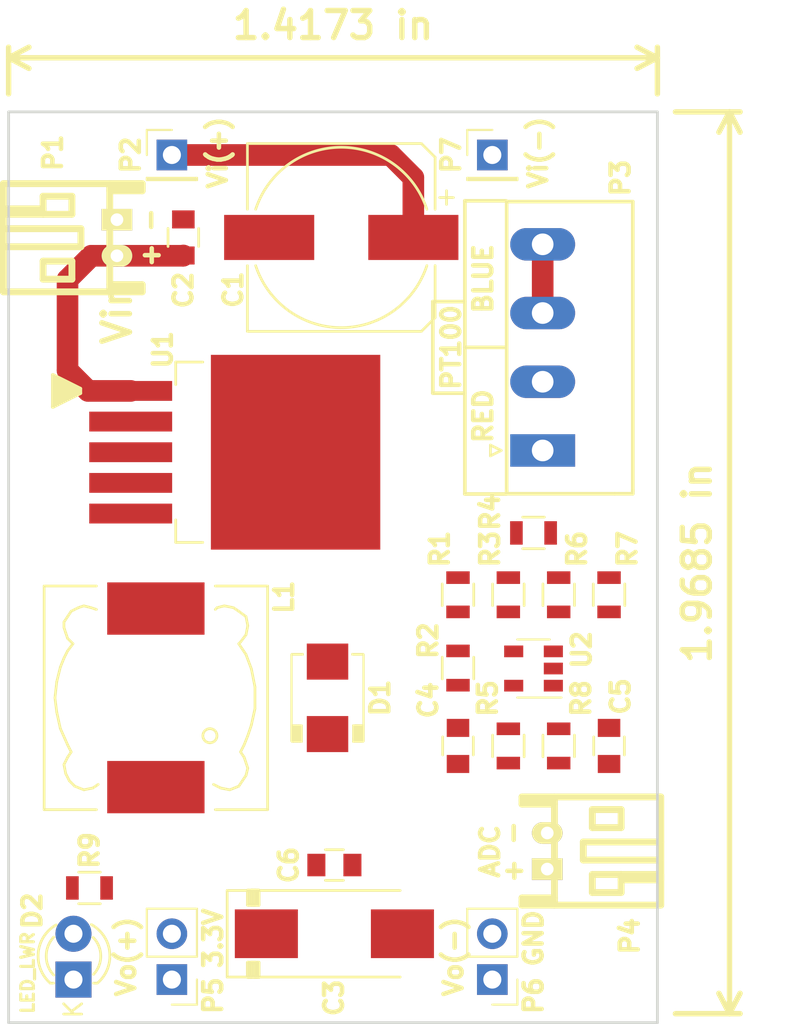
<source format=kicad_pcb>
(kicad_pcb (version 20160815) (host pcbnew no-vcs-found-7452~57~ubuntu16.04.1)

  (general
    (links 50)
    (no_connects 45)
    (area 89.924999 69.924999 126.075001 120.575001)
    (thickness 1.6)
    (drawings 55)
    (tracks 11)
    (zones 0)
    (modules 27)
    (nets 12)
  )

  (page A4)
  (layers
    (0 F.Cu signal)
    (31 B.Cu signal)
    (32 B.Adhes user)
    (33 F.Adhes user)
    (34 B.Paste user)
    (35 F.Paste user)
    (36 B.SilkS user)
    (37 F.SilkS user)
    (38 B.Mask user)
    (39 F.Mask user)
    (40 Dwgs.User user)
    (41 Cmts.User user)
    (42 Eco1.User user)
    (43 Eco2.User user)
    (44 Edge.Cuts user)
    (45 Margin user)
    (46 B.CrtYd user)
    (47 F.CrtYd user)
    (48 B.Fab user)
    (49 F.Fab user)
  )

  (setup
    (last_trace_width 1.2)
    (trace_clearance 0.2)
    (zone_clearance 0.508)
    (zone_45_only no)
    (trace_min 0.254)
    (segment_width 0.2)
    (edge_width 0.15)
    (via_size 1.1)
    (via_drill 0.6)
    (via_min_size 0.4)
    (via_min_drill 0.3)
    (uvia_size 0.3)
    (uvia_drill 0.1)
    (uvias_allowed no)
    (uvia_min_size 0.254)
    (uvia_min_drill 0.1)
    (pcb_text_width 0.3)
    (pcb_text_size 1.5 1.5)
    (mod_edge_width 0.15)
    (mod_text_size 1 1)
    (mod_text_width 0.15)
    (pad_size 1.524 1.524)
    (pad_drill 0.762)
    (pad_to_mask_clearance 0.2)
    (aux_axis_origin 0 0)
    (visible_elements FFFFFF7F)
    (pcbplotparams
      (layerselection 0x010f0_ffffffff)
      (usegerberextensions true)
      (excludeedgelayer true)
      (linewidth 0.100000)
      (plotframeref false)
      (viasonmask false)
      (mode 1)
      (useauxorigin false)
      (hpglpennumber 1)
      (hpglpenspeed 20)
      (hpglpendiameter 15)
      (psnegative false)
      (psa4output false)
      (plotreference true)
      (plotvalue true)
      (plotinvisibletext false)
      (padsonsilk false)
      (subtractmaskfromsilk false)
      (outputformat 1)
      (mirror false)
      (drillshape 0)
      (scaleselection 1)
      (outputdirectory assets/gerber/))
  )

  (net 0 "")
  (net 1 GND)
  (net 2 VCC)
  (net 3 +3V3)
  (net 4 /ADC)
  (net 5 "Net-(D1-Pad1)")
  (net 6 "Net-(D2-Pad2)")
  (net 7 /Blue)
  (net 8 "Net-(R1-Pad2)")
  (net 9 "Net-(R3-Pad1)")
  (net 10 "Net-(R5-Pad2)")
  (net 11 "Net-(R6-Pad1)")

  (net_class Default "This is the default net class."
    (clearance 0.2)
    (trace_width 1.2)
    (via_dia 1.1)
    (via_drill 0.6)
    (uvia_dia 0.3)
    (uvia_drill 0.1)
    (diff_pair_gap 0.25)
    (diff_pair_width 2)
    (add_net +3V3)
    (add_net /ADC)
    (add_net /Blue)
    (add_net GND)
    (add_net "Net-(D1-Pad1)")
    (add_net "Net-(D2-Pad2)")
    (add_net "Net-(R1-Pad2)")
    (add_net "Net-(R3-Pad1)")
    (add_net "Net-(R5-Pad2)")
    (add_net "Net-(R6-Pad1)")
    (add_net VCC)
  )

  (module Capacitors_Tantalum_SMD:Tantalum_Case-D_EIA-7343-31_Hand (layer F.Cu) (tedit 5874F707) (tstamp 5874BC2D)
    (at 108.077 115.57)
    (descr "Tantalum capacitor, Case D, EIA 7343-31, 7.3x4.3x2.8mm, Hand soldering footprint")
    (tags "capacitor tantalum smd")
    (path /5874951B)
    (attr smd)
    (fp_text reference C3 (at -0.0254 3.556 90) (layer F.SilkS)
      (effects (font (size 1 1) (thickness 0.25)))
    )
    (fp_text value 330uF/16V (at 0 3.9) (layer F.Fab) hide
      (effects (font (size 1 1) (thickness 0.15)))
    )
    (fp_line (start -5.95 -2.4) (end -5.95 2.4) (layer F.SilkS) (width 0.15))
    (fp_line (start -5.95 2.4) (end 3.65 2.4) (layer F.SilkS) (width 0.15))
    (fp_line (start -5.95 -2.4) (end 3.65 -2.4) (layer F.SilkS) (width 0.15))
    (fp_line (start -2.555 -2.15) (end -2.555 2.15) (layer F.Fab) (width 0.15))
    (fp_line (start -2.92 -2.15) (end -2.92 2.15) (layer F.Fab) (width 0.15))
    (fp_line (start 3.65 -2.15) (end -3.65 -2.15) (layer F.Fab) (width 0.15))
    (fp_line (start 3.65 2.15) (end 3.65 -2.15) (layer F.Fab) (width 0.15))
    (fp_line (start -3.65 2.15) (end 3.65 2.15) (layer F.Fab) (width 0.15))
    (fp_line (start -3.65 -2.15) (end -3.65 2.15) (layer F.Fab) (width 0.15))
    (fp_line (start 6.05 -2.5) (end -6.05 -2.5) (layer F.CrtYd) (width 0.05))
    (fp_line (start 6.05 2.5) (end 6.05 -2.5) (layer F.CrtYd) (width 0.05))
    (fp_line (start -6.05 2.5) (end 6.05 2.5) (layer F.CrtYd) (width 0.05))
    (fp_line (start -6.05 -2.5) (end -6.05 2.5) (layer F.CrtYd) (width 0.05))
    (fp_line (start -4.6 -2.4) (end -4.6 -1.6) (layer F.SilkS) (width 0.2))
    (fp_line (start -4.6 -1.6) (end -4.4 -1.6) (layer F.SilkS) (width 0.2))
    (fp_line (start -4.4 -1.6) (end -4.4 -2.4) (layer F.SilkS) (width 0.2))
    (fp_line (start -4.4 -2.4) (end -4.6 -2.4) (layer F.SilkS) (width 0.2))
    (fp_line (start -4.6 -2.4) (end -4.2 -2.4) (layer F.SilkS) (width 0.2))
    (fp_line (start -4.2 -2.4) (end -4.2 -1.6) (layer F.SilkS) (width 0.2))
    (fp_line (start -4.2 -1.6) (end -4.4 -1.6) (layer F.SilkS) (width 0.2))
    (fp_line (start -4.4 -1.6) (end -4.6 -1.6) (layer F.SilkS) (width 0.2))
    (fp_line (start -4.6 -1.6) (end -4.8 -1.6) (layer F.SilkS) (width 0.2))
    (fp_line (start -4.8 -1.6) (end -4.8 -2.4) (layer F.SilkS) (width 0.2))
    (fp_line (start -4.8 -2.4) (end -4.6 -2.4) (layer F.SilkS) (width 0.2))
    (fp_line (start -4.6 -2.4) (end -4.2 -2.4) (layer F.SilkS) (width 0.2))
    (fp_line (start -4.8 1.6) (end -4.8 2.4) (layer F.SilkS) (width 0.2))
    (fp_line (start -4.8 2.4) (end -4.6 2.4) (layer F.SilkS) (width 0.2))
    (fp_line (start -4.6 2.4) (end -4.6 1.6) (layer F.SilkS) (width 0.2))
    (fp_line (start -4.6 1.6) (end -4.4 1.6) (layer F.SilkS) (width 0.2))
    (fp_line (start -4.4 1.6) (end -4.4 2.4) (layer F.SilkS) (width 0.2))
    (fp_line (start -4.4 2.4) (end -4.2 2.4) (layer F.SilkS) (width 0.2))
    (fp_line (start -4.2 2.4) (end -4.2 1.6) (layer F.SilkS) (width 0.2))
    (fp_line (start -4.2 1.6) (end -4.8 1.6) (layer F.SilkS) (width 0.2))
    (fp_line (start -4.8 1.6) (end -4.8 2.4) (layer F.SilkS) (width 0.2))
    (fp_line (start -4.8 2.4) (end -4.2 2.4) (layer F.SilkS) (width 0.2))
    (pad 2 smd rect (at 3.775 0) (size 3.5 2.7) (layers F.Cu F.Paste F.Mask)
      (net 1 GND))
    (pad 1 smd rect (at -3.775 0) (size 3.5 2.7) (layers F.Cu F.Paste F.Mask)
      (net 3 +3V3))
    (model ${KIPRJMOD}/lib/c_tant_D.wrl
      (at (xyz 0 0 0))
      (scale (xyz 1 1 1))
      (rotate (xyz 0 0 180))
    )
  )

  (module Capacitors_SMD:c_elec_10x10.5 (layer F.Cu) (tedit 5874F3B9) (tstamp 58749A32)
    (at 108.458 76.962 180)
    (descr "SMT capacitor, aluminium electrolytic, 10x10.5")
    (path /58749519)
    (attr smd)
    (fp_text reference C1 (at 5.9944 -2.8956 270) (layer F.SilkS)
      (effects (font (size 1 1) (thickness 0.25)))
    )
    (fp_text value 470uF/50v (at 0 -6.4643 180) (layer F.Fab) hide
      (effects (font (size 1 1) (thickness 0.15)))
    )
    (fp_line (start -4.445 -5.207) (end 5.207 -5.207) (layer F.SilkS) (width 0.15))
    (fp_line (start -5.207 -4.445) (end -4.445 -5.207) (layer F.SilkS) (width 0.15))
    (fp_line (start -4.445 5.207) (end -5.207 4.445) (layer F.SilkS) (width 0.15))
    (fp_line (start 5.207 5.207) (end -4.445 5.207) (layer F.SilkS) (width 0.15))
    (fp_line (start 6.35 5.6) (end 6.35 -5.6) (layer F.CrtYd) (width 0.05))
    (fp_line (start -6.35 5.6) (end 6.35 5.6) (layer F.CrtYd) (width 0.05))
    (fp_line (start -6.35 -5.6) (end -6.35 5.6) (layer F.CrtYd) (width 0.05))
    (fp_line (start 6.35 -5.6) (end -6.35 -5.6) (layer F.CrtYd) (width 0.05))
    (fp_text user + (at -5.842 2.286 180) (layer F.SilkS)
      (effects (font (size 1 1) (thickness 0.15)))
    )
    (fp_text user + (at -2.9083 -0.0762 180) (layer F.Fab)
      (effects (font (size 1 1) (thickness 0.15)))
    )
    (fp_line (start 5.0546 -5.0546) (end -4.3815 -5.0546) (layer F.Fab) (width 0.15))
    (fp_line (start -4.3815 -5.0546) (end -5.0546 -4.3815) (layer F.Fab) (width 0.15))
    (fp_line (start -5.0546 -4.3815) (end -5.0546 4.3815) (layer F.Fab) (width 0.15))
    (fp_line (start -5.0546 4.3815) (end -4.3815 5.0546) (layer F.Fab) (width 0.15))
    (fp_line (start -4.3815 5.0546) (end 5.0546 5.0546) (layer F.Fab) (width 0.15))
    (fp_line (start 5.0546 5.0546) (end 5.0546 -5.0546) (layer F.Fab) (width 0.15))
    (fp_arc (start 0 0) (end -4.7498 -1.5621) (angle 143.5903069) (layer F.SilkS) (width 0.15))
    (fp_arc (start 0 0) (end 4.7498 1.5621) (angle 143.5903069) (layer F.SilkS) (width 0.15))
    (fp_line (start 5.207 -5.207) (end 5.207 -1.5621) (layer F.SilkS) (width 0.15))
    (fp_line (start 5.207 5.207) (end 5.207 1.5621) (layer F.SilkS) (width 0.15))
    (fp_line (start -5.207 4.445) (end -5.207 1.5621) (layer F.SilkS) (width 0.15))
    (fp_line (start -5.207 -4.445) (end -5.207 -1.5621) (layer F.SilkS) (width 0.15))
    (pad 2 smd rect (at 4 0) (size 5 2.5) (layers F.Cu F.Paste F.Mask)
      (net 1 GND))
    (pad 1 smd rect (at -4 0) (size 5 2.5) (layers F.Cu F.Paste F.Mask)
      (net 2 VCC))
    (model Capacitors_SMD.3dshapes/c_elec_10x10.5.wrl
      (at (xyz 0 0 0))
      (scale (xyz 1 1 1))
      (rotate (xyz 0 0 180))
    )
  )

  (module TO_SOT_Packages_SMD:TO-263-5Lead (layer F.Cu) (tedit 5874F350) (tstamp 58749C61)
    (at 96.774 88.871)
    (descr "D2PAK / TO-263 3-lead smd package")
    (tags "D2PAK D2PAK-3 TO-263AB TO-263")
    (path /58798EFE)
    (attr smd)
    (fp_text reference U1 (at 1.778 -5.686 90) (layer F.SilkS)
      (effects (font (size 1 1) (thickness 0.25)))
    )
    (fp_text value LM2596S-3.3 (at 14.85 -0.25 90) (layer F.Fab) hide
      (effects (font (size 1 1) (thickness 0.15)))
    )
    (fp_line (start 2.5 -5) (end 2.5 -3.75) (layer F.SilkS) (width 0.15))
    (fp_line (start 2.5 -5) (end 4 -5) (layer F.SilkS) (width 0.15))
    (fp_line (start 2.5 5) (end 4 5) (layer F.SilkS) (width 0.15))
    (fp_line (start 2.5 5) (end 2.5 3.75) (layer F.SilkS) (width 0.15))
    (fp_line (start -2.55 -5.65) (end -2.55 5.65) (layer F.CrtYd) (width 0.05))
    (fp_line (start 14.1 -5.65) (end -2.55 -5.65) (layer F.CrtYd) (width 0.05))
    (fp_line (start 14.1 -5.65) (end 14.1 5.65) (layer F.CrtYd) (width 0.05))
    (fp_line (start 14.1 5.65) (end -2.55 5.65) (layer F.CrtYd) (width 0.05))
    (pad 1 smd rect (at 0 -3.4) (size 4.6 1.1) (layers F.Cu F.Paste F.Mask)
      (net 2 VCC))
    (pad 3 smd rect (at 0 0) (size 4.6 1.1) (layers F.Cu F.Paste F.Mask)
      (net 1 GND))
    (pad 3 smd rect (at 9.15 0) (size 9.4 10.8) (layers F.Cu F.Paste F.Mask)
      (net 1 GND))
    (pad 2 smd rect (at 0 -1.7) (size 4.6 1.1) (layers F.Cu F.Paste F.Mask)
      (net 5 "Net-(D1-Pad1)"))
    (pad 4 smd rect (at 0 1.7) (size 4.6 1.1) (layers F.Cu F.Paste F.Mask)
      (net 3 +3V3))
    (pad 5 smd rect (at 0 3.4) (size 4.6 1.1) (layers F.Cu F.Paste F.Mask)
      (net 1 GND))
    (model TO_SOT_Packages_SMD.3dshapes/TO-263-5Lead.wrl
      (at (xyz 0 0 0))
      (scale (xyz 1 1 1))
      (rotate (xyz 0 0 90))
    )
  )

  (module Choke_SMD:Choke_SMD_12x12mm_h8mm (layer F.Cu) (tedit 5874F20A) (tstamp 58749B30)
    (at 98.171 102.489 90)
    (descr "Choke, SMD, 12x12mm 8mm height")
    (tags "Choke, SMD")
    (path /5874951C)
    (attr smd)
    (fp_text reference L1 (at 5.588 7.112 90) (layer F.SilkS)
      (effects (font (size 1 1) (thickness 0.25)))
    )
    (fp_text value 47uH/RH127-470 (at 0 8.89 90) (layer F.Fab) hide
      (effects (font (size 1 1) (thickness 0.15)))
    )
    (fp_line (start 6.20014 -6.20014) (end 6.20014 -3.29946) (layer F.SilkS) (width 0.15))
    (fp_line (start -6.20014 -6.20014) (end -6.20014 -3.29946) (layer F.SilkS) (width 0.15))
    (fp_line (start 6.20014 -6.20014) (end -6.20014 -6.20014) (layer F.SilkS) (width 0.15))
    (fp_line (start 6.20014 6.20014) (end 6.20014 3.29946) (layer F.SilkS) (width 0.15))
    (fp_line (start -6.20014 6.20014) (end 6.20014 6.20014) (layer F.SilkS) (width 0.15))
    (fp_line (start -6.20014 3.29946) (end -6.20014 6.20014) (layer F.SilkS) (width 0.15))
    (fp_line (start -5.00126 -3.50012) (end -4.8006 -3.2004) (layer F.SilkS) (width 0.15))
    (fp_line (start -5.10032 -4.0005) (end -5.00126 -3.50012) (layer F.SilkS) (width 0.15))
    (fp_line (start -4.89966 -4.50088) (end -5.10032 -4.0005) (layer F.SilkS) (width 0.15))
    (fp_line (start -4.59994 -4.8006) (end -4.89966 -4.50088) (layer F.SilkS) (width 0.15))
    (fp_line (start -4.20116 -5.00126) (end -4.59994 -4.8006) (layer F.SilkS) (width 0.15))
    (fp_line (start -3.70078 -5.10032) (end -4.20116 -5.00126) (layer F.SilkS) (width 0.15))
    (fp_line (start -3.29946 -4.89966) (end -3.70078 -5.10032) (layer F.SilkS) (width 0.15))
    (fp_line (start -2.99974 -4.699) (end -3.29946 -4.89966) (layer F.SilkS) (width 0.15))
    (fp_line (start -2.60096 -4.89966) (end -2.99974 -4.699) (layer F.SilkS) (width 0.15))
    (fp_line (start -1.69926 -5.30098) (end -2.60096 -4.89966) (layer F.SilkS) (width 0.15))
    (fp_line (start -0.8001 -5.4991) (end -1.69926 -5.30098) (layer F.SilkS) (width 0.15))
    (fp_line (start 0 -5.6007) (end -0.8001 -5.4991) (layer F.SilkS) (width 0.15))
    (fp_line (start 0.89916 -5.4991) (end 0 -5.6007) (layer F.SilkS) (width 0.15))
    (fp_line (start 1.69926 -5.30098) (end 0.89916 -5.4991) (layer F.SilkS) (width 0.15))
    (fp_line (start 2.19964 -5.10032) (end 1.69926 -5.30098) (layer F.SilkS) (width 0.15))
    (fp_line (start 2.60096 -4.89966) (end 2.19964 -5.10032) (layer F.SilkS) (width 0.15))
    (fp_line (start 2.99974 -4.59994) (end 2.60096 -4.89966) (layer F.SilkS) (width 0.15))
    (fp_line (start 3.29946 -4.89966) (end 2.99974 -4.59994) (layer F.SilkS) (width 0.15))
    (fp_line (start 3.59918 -5.00126) (end 3.29946 -4.89966) (layer F.SilkS) (width 0.15))
    (fp_line (start 3.8989 -5.10032) (end 3.59918 -5.00126) (layer F.SilkS) (width 0.15))
    (fp_line (start 4.20116 -5.10032) (end 3.8989 -5.10032) (layer F.SilkS) (width 0.15))
    (fp_line (start 4.50088 -4.89966) (end 4.20116 -5.10032) (layer F.SilkS) (width 0.15))
    (fp_line (start 4.8006 -4.699) (end 4.50088 -4.89966) (layer F.SilkS) (width 0.15))
    (fp_line (start 5.00126 -4.30022) (end 4.8006 -4.699) (layer F.SilkS) (width 0.15))
    (fp_line (start 5.10032 -4.0005) (end 5.00126 -4.30022) (layer F.SilkS) (width 0.15))
    (fp_line (start 5.00126 -3.59918) (end 5.10032 -4.0005) (layer F.SilkS) (width 0.15))
    (fp_line (start 4.89966 -3.29946) (end 5.00126 -3.59918) (layer F.SilkS) (width 0.15))
    (fp_line (start -5.00126 3.59918) (end -4.8006 3.2004) (layer F.SilkS) (width 0.15))
    (fp_line (start -5.10032 4.09956) (end -5.00126 3.59918) (layer F.SilkS) (width 0.15))
    (fp_line (start -4.89966 4.59994) (end -5.10032 4.09956) (layer F.SilkS) (width 0.15))
    (fp_line (start -4.59994 4.8006) (end -4.89966 4.59994) (layer F.SilkS) (width 0.15))
    (fp_line (start -4.30022 5.00126) (end -4.59994 4.8006) (layer F.SilkS) (width 0.15))
    (fp_line (start -3.8989 5.10032) (end -4.30022 5.00126) (layer F.SilkS) (width 0.15))
    (fp_line (start -3.29946 4.89966) (end -3.8989 5.10032) (layer F.SilkS) (width 0.15))
    (fp_line (start -2.99974 4.699) (end -3.29946 4.89966) (layer F.SilkS) (width 0.15))
    (fp_line (start -2.60096 4.89966) (end -2.99974 4.699) (layer F.SilkS) (width 0.15))
    (fp_line (start -2.10058 5.10032) (end -2.60096 4.89966) (layer F.SilkS) (width 0.15))
    (fp_line (start -1.50114 5.30098) (end -2.10058 5.10032) (layer F.SilkS) (width 0.15))
    (fp_line (start -0.59944 5.4991) (end -1.50114 5.30098) (layer F.SilkS) (width 0.15))
    (fp_line (start 0.59944 5.4991) (end -0.59944 5.4991) (layer F.SilkS) (width 0.15))
    (fp_line (start 1.6002 5.30098) (end 0.59944 5.4991) (layer F.SilkS) (width 0.15))
    (fp_line (start 2.4003 5.00126) (end 1.6002 5.30098) (layer F.SilkS) (width 0.15))
    (fp_line (start 2.99974 4.59994) (end 2.4003 5.00126) (layer F.SilkS) (width 0.15))
    (fp_line (start 3.0988 4.699) (end 2.99974 4.59994) (layer F.SilkS) (width 0.15))
    (fp_line (start 3.50012 5.00126) (end 3.0988 4.699) (layer F.SilkS) (width 0.15))
    (fp_line (start 4.0005 5.10032) (end 3.50012 5.00126) (layer F.SilkS) (width 0.15))
    (fp_line (start 4.50088 5.00126) (end 4.0005 5.10032) (layer F.SilkS) (width 0.15))
    (fp_line (start 4.8006 4.59994) (end 4.50088 5.00126) (layer F.SilkS) (width 0.15))
    (fp_line (start 5.00126 4.30022) (end 4.8006 4.59994) (layer F.SilkS) (width 0.15))
    (fp_line (start 5.10032 3.79984) (end 5.00126 4.30022) (layer F.SilkS) (width 0.15))
    (fp_line (start 5.00126 3.40106) (end 5.10032 3.79984) (layer F.SilkS) (width 0.15))
    (fp_line (start 4.89966 3.29946) (end 5.00126 3.40106) (layer F.SilkS) (width 0.15))
    (fp_circle (center -2.10058 2.99974) (end -1.80086 3.2512) (layer F.SilkS) (width 0.15))
    (fp_circle (center 0 0) (end 0.14986 0.14986) (layer F.Adhes) (width 0.381))
    (fp_circle (center 0 0) (end 0.55118 0) (layer F.Adhes) (width 0.381))
    (fp_circle (center 0 0) (end 0.89916 0) (layer F.Adhes) (width 0.381))
    (fp_line (start -6.858 6.604) (end -6.858 -6.604) (layer F.CrtYd) (width 0.05))
    (fp_line (start 6.858 6.604) (end -6.858 6.604) (layer F.CrtYd) (width 0.05))
    (fp_line (start 6.858 -6.604) (end 6.858 6.604) (layer F.CrtYd) (width 0.05))
    (fp_line (start -6.858 -6.604) (end 6.858 -6.604) (layer F.CrtYd) (width 0.05))
    (pad 2 smd rect (at 4.95046 0 90) (size 2.90068 5.40004) (layers F.Cu F.Paste F.Mask)
      (net 3 +3V3))
    (pad 1 smd rect (at -4.95046 0 90) (size 2.90068 5.40004) (layers F.Cu F.Paste F.Mask)
      (net 5 "Net-(D1-Pad1)"))
    (model Choke_SMD.3dshapes/Choke_SMD_12x12mm_h8mm.wrl
      (at (xyz 0 0 0))
      (scale (xyz 4 4 4))
      (rotate (xyz 0 0 0))
    )
  )

  (module lib:Domino-PT100.pretty (layer F.Cu) (tedit 5874F5FD) (tstamp 58749B66)
    (at 119.634 88.773 90)
    (descr "Generic Phoenix Contact connector footprint for series: MC-GF; number of pins: 04; pin pitch: 3.81mm; Angled; threaded flange || order number: 1827884 8A 160V")
    (tags "phoenix_contact connector MC_01x04_GF_3.81mm")
    (path /58749517)
    (fp_text reference P3 (at 15.113 4.318 90) (layer F.SilkS)
      (effects (font (size 1 1) (thickness 0.25)))
    )
    (fp_text value PT100 (at 5.715 9.5 90) (layer F.Fab) hide
      (effects (font (size 1 1) (thickness 0.15)))
    )
    (fp_line (start -0.3 -2.9) (end 0 -2.3) (layer F.SilkS) (width 0.15))
    (fp_line (start 0.3 -2.9) (end -0.3 -2.9) (layer F.SilkS) (width 0.15))
    (fp_line (start 0 -2.3) (end 0.3 -2.9) (layer F.SilkS) (width 0.15))
    (fp_line (start -2.3 5) (end 13.8 5) (layer F.SilkS) (width 0.2))
    (fp_line (start 13.8 -2) (end -2.3 -2) (layer F.SilkS) (width 0.2))
    (fp_line (start 13.8 -2) (end 13.8 4) (layer F.SilkS) (width 0.2))
    (fp_line (start -2.4 -2) (end -2.4 4) (layer F.SilkS) (width 0.2))
    (fp_line (start -2.4 -2) (end -2.2 -2) (layer F.SilkS) (width 0.2))
    (fp_line (start 13.8 4) (end 13.8 5) (layer F.SilkS) (width 0.2))
    (fp_line (start -2.4 4) (end -2.4 5) (layer F.SilkS) (width 0.2))
    (fp_line (start -2.4 5) (end -2.2 5) (layer F.SilkS) (width 0.2))
    (pad 4 thru_hole oval (at 11.43 0 90) (size 1.8 3.6) (drill 1.2) (layers *.Cu *.Mask)
      (net 7 /Blue))
    (pad 3 thru_hole oval (at 7.62 0 90) (size 1.8 3.6) (drill 1.2) (layers *.Cu *.Mask)
      (net 7 /Blue))
    (pad 2 thru_hole oval (at 3.81 0 90) (size 1.8 3.6) (drill 1.2) (layers *.Cu *.Mask)
      (net 1 GND))
    (pad 1 thru_hole rect (at 0 0 90) (size 1.8 3.6) (drill 1.2) (layers *.Cu *.Mask)
      (net 1 GND))
    (model /home/trinhduc/Desktop/kicadlibrary/walter/conn_screw/mstba_2,5-4-g-5,08.wrl
      (at (xyz 0.2244094488188977 -0 0))
      (scale (xyz 0.75 0.75 0.75))
      (rotate (xyz 0 0 180))
    )
  )

  (module Capacitors_SMD:C_0805 (layer F.Cu) (tedit 5874F39E) (tstamp 58749A42)
    (at 99.695 76.962 90)
    (descr "Capacitor SMD 0805, reflow soldering, AVX (see smccp.pdf)")
    (tags "capacitor 0805")
    (path /58749525)
    (attr smd)
    (fp_text reference C2 (at -2.921 0 90) (layer F.SilkS)
      (effects (font (size 1 1) (thickness 0.25)))
    )
    (fp_text value 10uF/50v (at 0 2.1 180) (layer F.Fab) hide
      (effects (font (size 1 1) (thickness 0.15)))
    )
    (fp_line (start -1 0.625) (end -1 -0.625) (layer F.Fab) (width 0.15))
    (fp_line (start 1 0.625) (end -1 0.625) (layer F.Fab) (width 0.15))
    (fp_line (start 1 -0.625) (end 1 0.625) (layer F.Fab) (width 0.15))
    (fp_line (start -1 -0.625) (end 1 -0.625) (layer F.Fab) (width 0.15))
    (fp_line (start -1.8 -1) (end 1.8 -1) (layer F.CrtYd) (width 0.05))
    (fp_line (start -1.8 1) (end 1.8 1) (layer F.CrtYd) (width 0.05))
    (fp_line (start -1.8 -1) (end -1.8 1) (layer F.CrtYd) (width 0.05))
    (fp_line (start 1.8 -1) (end 1.8 1) (layer F.CrtYd) (width 0.05))
    (fp_line (start 0.5 -0.85) (end -0.5 -0.85) (layer F.SilkS) (width 0.15))
    (fp_line (start -0.5 0.85) (end 0.5 0.85) (layer F.SilkS) (width 0.15))
    (pad 1 smd rect (at -1 0 90) (size 1 1.25) (layers F.Cu F.Paste F.Mask)
      (net 2 VCC))
    (pad 2 smd rect (at 1 0 90) (size 1 1.25) (layers F.Cu F.Paste F.Mask)
      (net 1 GND))
    (model Capacitors_SMD.3dshapes/C_0805.wrl
      (at (xyz 0 0 0))
      (scale (xyz 1 1 1))
      (rotate (xyz 0 0 0))
    )
  )

  (module Capacitors_SMD:C_0805 (layer F.Cu) (tedit 5874F485) (tstamp 58749A6E)
    (at 114.935 105.156 270)
    (descr "Capacitor SMD 0805, reflow soldering, AVX (see smccp.pdf)")
    (tags "capacitor 0805")
    (path /58749510)
    (attr smd)
    (fp_text reference C4 (at -2.54 1.651 270) (layer F.SilkS)
      (effects (font (size 1 1) (thickness 0.25)))
    )
    (fp_text value 10uF (at 0 2.1 270) (layer F.Fab) hide
      (effects (font (size 1 1) (thickness 0.15)))
    )
    (fp_line (start -1 0.625) (end -1 -0.625) (layer F.Fab) (width 0.15))
    (fp_line (start 1 0.625) (end -1 0.625) (layer F.Fab) (width 0.15))
    (fp_line (start 1 -0.625) (end 1 0.625) (layer F.Fab) (width 0.15))
    (fp_line (start -1 -0.625) (end 1 -0.625) (layer F.Fab) (width 0.15))
    (fp_line (start -1.8 -1) (end 1.8 -1) (layer F.CrtYd) (width 0.05))
    (fp_line (start -1.8 1) (end 1.8 1) (layer F.CrtYd) (width 0.05))
    (fp_line (start -1.8 -1) (end -1.8 1) (layer F.CrtYd) (width 0.05))
    (fp_line (start 1.8 -1) (end 1.8 1) (layer F.CrtYd) (width 0.05))
    (fp_line (start 0.5 -0.85) (end -0.5 -0.85) (layer F.SilkS) (width 0.15))
    (fp_line (start -0.5 0.85) (end 0.5 0.85) (layer F.SilkS) (width 0.15))
    (pad 1 smd rect (at -1 0 270) (size 1 1.25) (layers F.Cu F.Paste F.Mask)
      (net 3 +3V3))
    (pad 2 smd rect (at 1 0 270) (size 1 1.25) (layers F.Cu F.Paste F.Mask)
      (net 1 GND))
    (model Capacitors_SMD.3dshapes/C_0805.wrl
      (at (xyz 0 0 0))
      (scale (xyz 1 1 1))
      (rotate (xyz 0 0 0))
    )
  )

  (module Capacitors_SMD:C_0805 (layer F.Cu) (tedit 5874F479) (tstamp 58749A7E)
    (at 123.317 105.156 90)
    (descr "Capacitor SMD 0805, reflow soldering, AVX (see smccp.pdf)")
    (tags "capacitor 0805")
    (path /5874950A)
    (attr smd)
    (fp_text reference C5 (at 2.7432 0.635 90) (layer F.SilkS)
      (effects (font (size 1 1) (thickness 0.25)))
    )
    (fp_text value 10uF (at 0 2.1 90) (layer F.Fab) hide
      (effects (font (size 1 1) (thickness 0.15)))
    )
    (fp_line (start -0.5 0.85) (end 0.5 0.85) (layer F.SilkS) (width 0.15))
    (fp_line (start 0.5 -0.85) (end -0.5 -0.85) (layer F.SilkS) (width 0.15))
    (fp_line (start 1.8 -1) (end 1.8 1) (layer F.CrtYd) (width 0.05))
    (fp_line (start -1.8 -1) (end -1.8 1) (layer F.CrtYd) (width 0.05))
    (fp_line (start -1.8 1) (end 1.8 1) (layer F.CrtYd) (width 0.05))
    (fp_line (start -1.8 -1) (end 1.8 -1) (layer F.CrtYd) (width 0.05))
    (fp_line (start -1 -0.625) (end 1 -0.625) (layer F.Fab) (width 0.15))
    (fp_line (start 1 -0.625) (end 1 0.625) (layer F.Fab) (width 0.15))
    (fp_line (start 1 0.625) (end -1 0.625) (layer F.Fab) (width 0.15))
    (fp_line (start -1 0.625) (end -1 -0.625) (layer F.Fab) (width 0.15))
    (pad 2 smd rect (at 1 0 90) (size 1 1.25) (layers F.Cu F.Paste F.Mask)
      (net 1 GND))
    (pad 1 smd rect (at -1 0 90) (size 1 1.25) (layers F.Cu F.Paste F.Mask)
      (net 4 /ADC))
    (model Capacitors_SMD.3dshapes/C_0805.wrl
      (at (xyz 0 0 0))
      (scale (xyz 1 1 1))
      (rotate (xyz 0 0 0))
    )
  )

  (module Capacitors_SMD:C_0805 (layer F.Cu) (tedit 5874F32B) (tstamp 58749A8E)
    (at 108.077 111.76)
    (descr "Capacitor SMD 0805, reflow soldering, AVX (see smccp.pdf)")
    (tags "capacitor 0805")
    (path /5874951E)
    (attr smd)
    (fp_text reference C6 (at -2.54 0 90) (layer F.SilkS)
      (effects (font (size 1 1) (thickness 0.25)))
    )
    (fp_text value 10uF/16v (at 0 2.1) (layer F.Fab) hide
      (effects (font (size 1 1) (thickness 0.15)))
    )
    (fp_line (start -0.5 0.85) (end 0.5 0.85) (layer F.SilkS) (width 0.15))
    (fp_line (start 0.5 -0.85) (end -0.5 -0.85) (layer F.SilkS) (width 0.15))
    (fp_line (start 1.8 -1) (end 1.8 1) (layer F.CrtYd) (width 0.05))
    (fp_line (start -1.8 -1) (end -1.8 1) (layer F.CrtYd) (width 0.05))
    (fp_line (start -1.8 1) (end 1.8 1) (layer F.CrtYd) (width 0.05))
    (fp_line (start -1.8 -1) (end 1.8 -1) (layer F.CrtYd) (width 0.05))
    (fp_line (start -1 -0.625) (end 1 -0.625) (layer F.Fab) (width 0.15))
    (fp_line (start 1 -0.625) (end 1 0.625) (layer F.Fab) (width 0.15))
    (fp_line (start 1 0.625) (end -1 0.625) (layer F.Fab) (width 0.15))
    (fp_line (start -1 0.625) (end -1 -0.625) (layer F.Fab) (width 0.15))
    (pad 2 smd rect (at 1 0) (size 1 1.25) (layers F.Cu F.Paste F.Mask)
      (net 1 GND))
    (pad 1 smd rect (at -1 0) (size 1 1.25) (layers F.Cu F.Paste F.Mask)
      (net 3 +3V3))
    (model Capacitors_SMD.3dshapes/C_0805.wrl
      (at (xyz 0 0 0))
      (scale (xyz 1 1 1))
      (rotate (xyz 0 0 0))
    )
  )

  (module lib:do214aa-g (layer F.Cu) (tedit 5874F1FF) (tstamp 58749AD7)
    (at 107.696 102.489 270)
    (descr DO214AA)
    (path /5874951A)
    (fp_text reference D1 (at 0 -2.921 270) (layer F.SilkS)
      (effects (font (size 1 1) (thickness 0.25)))
    )
    (fp_text value SS34 (at 0 2.49936 270) (layer F.SilkS) hide
      (effects (font (size 0.50038 0.50038) (thickness 0.11938)))
    )
    (fp_line (start 2.4003 1.99898) (end -2.4003 1.99898) (layer F.SilkS) (width 0.127))
    (fp_line (start -2.4003 -1.99898) (end 2.4003 -1.99898) (layer F.SilkS) (width 0.127))
    (fp_line (start 2.40538 -1.9939) (end 2.4003 -2.0066) (layer F.SilkS) (width 0.1))
    (fp_line (start 2.4384 -1.9812) (end 2.4384 -1.4224) (layer F.SilkS) (width 0.1))
    (fp_line (start 2.3876 -1.9812) (end 2.4384 -1.4224) (layer F.SilkS) (width 0.1))
    (fp_line (start 2.4384 -1.4224) (end 2.3876 -1.4224) (layer F.SilkS) (width 0.1))
    (fp_line (start 2.3876 -1.4224) (end 2.3876 -1.9812) (layer F.SilkS) (width 0.1))
    (fp_line (start 2.3876 -1.9812) (end 2.286 -1.9812) (layer F.SilkS) (width 0.1))
    (fp_line (start 2.286 -1.9812) (end 2.286 -1.4224) (layer F.SilkS) (width 0.1))
    (fp_line (start 2.286 -1.4224) (end 2.3368 -1.4224) (layer F.SilkS) (width 0.1))
    (fp_line (start 2.3368 -1.4224) (end 2.3368 -1.9304) (layer F.SilkS) (width 0.1))
    (fp_line (start 2.3368 -1.9304) (end 1.524 -1.9304) (layer F.SilkS) (width 0.1))
    (fp_line (start 1.524 -1.9304) (end 1.524 -1.8288) (layer F.SilkS) (width 0.1))
    (fp_line (start 1.524 -1.8288) (end 2.2352 -1.8288) (layer F.SilkS) (width 0.1))
    (fp_line (start 2.2352 -1.8288) (end 2.2352 -1.8796) (layer F.SilkS) (width 0.1))
    (fp_line (start 2.2352 -1.8796) (end 1.5748 -1.8796) (layer F.SilkS) (width 0.1))
    (fp_line (start 1.5748 -1.8796) (end 1.524 -1.8796) (layer F.SilkS) (width 0.1))
    (fp_line (start 1.524 -1.8796) (end 1.524 -1.7272) (layer F.SilkS) (width 0.1))
    (fp_line (start 1.524 -1.7272) (end 2.2352 -1.7272) (layer F.SilkS) (width 0.1))
    (fp_line (start 2.2352 -1.7272) (end 2.2352 -1.778) (layer F.SilkS) (width 0.1))
    (fp_line (start 2.2352 -1.778) (end 1.6256 -1.778) (layer F.SilkS) (width 0.1))
    (fp_line (start 1.6256 -1.778) (end 1.524 -1.778) (layer F.SilkS) (width 0.1))
    (fp_line (start 1.524 -1.778) (end 1.524 -1.6764) (layer F.SilkS) (width 0.1))
    (fp_line (start 1.524 -1.6764) (end 2.2352 -1.6764) (layer F.SilkS) (width 0.1))
    (fp_line (start 2.2352 -1.6764) (end 2.2352 -1.5748) (layer F.SilkS) (width 0.1))
    (fp_line (start 2.2352 -1.5748) (end 1.524 -1.5748) (layer F.SilkS) (width 0.1))
    (fp_line (start 1.524 -1.5748) (end 1.524 -1.6256) (layer F.SilkS) (width 0.1))
    (fp_line (start 1.524 -1.6256) (end 2.1844 -1.6256) (layer F.SilkS) (width 0.1))
    (fp_line (start 2.1844 -1.6256) (end 2.2352 -1.6256) (layer F.SilkS) (width 0.1))
    (fp_line (start 2.2352 -1.6256) (end 2.2352 -1.4224) (layer F.SilkS) (width 0.1))
    (fp_line (start 2.2352 -1.4224) (end 1.524 -1.4224) (layer F.SilkS) (width 0.1))
    (fp_line (start 1.524 -1.4224) (end 1.524 -1.6764) (layer F.SilkS) (width 0.1))
    (fp_line (start 1.524 -1.6764) (end 1.524 -1.524) (layer F.SilkS) (width 0.1))
    (fp_line (start 1.524 -1.524) (end 2.1844 -1.524) (layer F.SilkS) (width 0.1))
    (fp_line (start 2.1844 -1.524) (end 2.1844 -1.4732) (layer F.SilkS) (width 0.1))
    (fp_line (start 2.1844 -1.4732) (end 1.5748 -1.4732) (layer F.SilkS) (width 0.1))
    (fp_line (start 1.5748 -1.4732) (end 2.4384 -1.4732) (layer F.SilkS) (width 0.1))
    (fp_line (start 2.4384 -1.4224) (end 1.524 -1.4224) (layer F.SilkS) (width 0.1))
    (fp_line (start 2.4384 1.9812) (end 2.4384 1.8796) (layer F.SilkS) (width 0.1))
    (fp_line (start 2.4384 1.8796) (end 2.4384 1.9304) (layer F.SilkS) (width 0.1))
    (fp_line (start 2.4384 1.9304) (end 1.524 1.9304) (layer F.SilkS) (width 0.1))
    (fp_line (start 1.524 1.9304) (end 1.524 1.8796) (layer F.SilkS) (width 0.1))
    (fp_line (start 1.524 1.8796) (end 2.4384 1.8796) (layer F.SilkS) (width 0.1))
    (fp_line (start 2.4384 1.8796) (end 2.4384 1.8288) (layer F.SilkS) (width 0.1))
    (fp_line (start 2.4384 1.8288) (end 1.524 1.8288) (layer F.SilkS) (width 0.1))
    (fp_line (start 1.524 1.8288) (end 1.524 1.778) (layer F.SilkS) (width 0.1))
    (fp_line (start 1.524 1.778) (end 2.4384 1.778) (layer F.SilkS) (width 0.1))
    (fp_line (start 2.4384 1.778) (end 2.4384 1.7272) (layer F.SilkS) (width 0.1))
    (fp_line (start 2.4384 1.7272) (end 1.524 1.7272) (layer F.SilkS) (width 0.1))
    (fp_line (start 1.524 1.7272) (end 1.524 1.6764) (layer F.SilkS) (width 0.1))
    (fp_line (start 1.524 1.6764) (end 2.4384 1.6764) (layer F.SilkS) (width 0.1))
    (fp_line (start 2.4384 1.6764) (end 2.4384 1.6256) (layer F.SilkS) (width 0.1))
    (fp_line (start 2.4384 1.6256) (end 1.524 1.6256) (layer F.SilkS) (width 0.1))
    (fp_line (start 1.524 1.6256) (end 1.524 1.5748) (layer F.SilkS) (width 0.1))
    (fp_line (start 1.524 1.5748) (end 2.4384 1.5748) (layer F.SilkS) (width 0.1))
    (fp_line (start 2.4384 1.5748) (end 2.4384 1.524) (layer F.SilkS) (width 0.1))
    (fp_line (start 2.4384 1.524) (end 1.524 1.524) (layer F.SilkS) (width 0.1))
    (fp_line (start 1.524 1.524) (end 1.524 1.4732) (layer F.SilkS) (width 0.1))
    (fp_line (start 1.524 1.4732) (end 2.4384 1.4732) (layer F.SilkS) (width 0.1))
    (fp_line (start 2.4384 1.4732) (end 2.4384 1.4224) (layer F.SilkS) (width 0.1))
    (fp_line (start 2.4384 1.4224) (end 1.524 1.4224) (layer F.SilkS) (width 0.1))
    (fp_line (start -2.4384 -1.9812) (end -2.4384 -1.3716) (layer F.SilkS) (width 0.1))
    (fp_line (start -2.4384 -1.3716) (end -2.3876 -1.3716) (layer F.SilkS) (width 0.1))
    (fp_line (start -2.3876 -1.3716) (end -2.3876 -1.9812) (layer F.SilkS) (width 0.1))
    (fp_line (start -2.4384 1.9812) (end -2.4384 1.3716) (layer F.SilkS) (width 0.1))
    (fp_line (start -2.4384 1.3716) (end -2.3876 1.3716) (layer F.SilkS) (width 0.1))
    (fp_line (start -2.3876 1.3716) (end -2.3876 1.9812) (layer F.SilkS) (width 0.1))
    (pad 2 smd rect (at 2.00914 0 270) (size 1.99898 2.30124) (layers F.Cu F.Paste F.Mask)
      (net 1 GND))
    (pad 1 smd rect (at -2.00914 0 270) (size 1.99898 2.30124) (layers F.Cu F.Paste F.Mask)
      (net 5 "Net-(D1-Pad1)"))
    (model ${KIPRJMOD}/lib/do214aa.wrl
      (at (xyz 0 0 0))
      (scale (xyz 1 1 1))
      (rotate (xyz 0 0 0))
    )
  )

  (module LEDs:LED-3MM (layer F.Cu) (tedit 5874F32F) (tstamp 58749AE8)
    (at 93.599 118.11 90)
    (descr "LED 3mm round vertical")
    (tags "LED  3mm round vertical")
    (path /58749526)
    (fp_text reference D2 (at 3.81 -2.286 270) (layer F.SilkS)
      (effects (font (size 1 1) (thickness 0.25)))
    )
    (fp_text value LED_PWR (at 1.3 -2.9 90) (layer F.Fab) hide
      (effects (font (size 1 1) (thickness 0.15)))
    )
    (fp_text user K (at -1.651 0 90) (layer F.SilkS)
      (effects (font (size 1 1) (thickness 0.15)))
    )
    (fp_arc (start 1.301 0.034) (end 2.335 1.094) (angle 87.5) (layer F.SilkS) (width 0.15))
    (fp_arc (start 1.311 0.034) (end 3.051 0.994) (angle 110) (layer F.SilkS) (width 0.15))
    (fp_arc (start 1.301 0.034) (end 0.25 -1.1) (angle 85.7) (layer F.SilkS) (width 0.15))
    (fp_arc (start 1.301 0.034) (end -0.199 -1.286) (angle 108.5) (layer F.SilkS) (width 0.15))
    (fp_line (start -0.199 -1.28) (end -0.199 -1.1) (layer F.SilkS) (width 0.15))
    (fp_line (start -0.199 1.314) (end -0.199 1.114) (layer F.SilkS) (width 0.15))
    (fp_line (start -1.2 -2.2) (end -1.2 2.3) (layer F.CrtYd) (width 0.05))
    (fp_line (start 3.8 -2.2) (end -1.2 -2.2) (layer F.CrtYd) (width 0.05))
    (fp_line (start 3.8 2.3) (end 3.8 -2.2) (layer F.CrtYd) (width 0.05))
    (fp_line (start -1.2 2.3) (end 3.8 2.3) (layer F.CrtYd) (width 0.05))
    (pad 2 thru_hole circle (at 2.54 0 90) (size 2 2) (drill 1.00076) (layers *.Cu *.Mask)
      (net 6 "Net-(D2-Pad2)"))
    (pad 1 thru_hole rect (at 0 0 180) (size 2 2) (drill 1.00076) (layers *.Cu *.Mask)
      (net 1 GND))
    (model LEDs.3dshapes/LED-3MM.wrl
      (at (xyz 0.05 0 0))
      (scale (xyz 1 1 1))
      (rotate (xyz 0 0 90))
    )
  )

  (module Pin_Headers:Pin_Header_Straight_1x01_Pitch2.54mm (layer F.Cu) (tedit 5874F3A3) (tstamp 58749B57)
    (at 99.06 72.39)
    (descr "Through hole straight pin header, 1x01, 2.54mm pitch, single row")
    (tags "Through hole pin header THT 1x01 2.54mm single row")
    (path /58749F20)
    (fp_text reference P2 (at -2.286 0 90) (layer F.SilkS)
      (effects (font (size 1 1) (thickness 0.25)))
    )
    (fp_text value "Vin(+)" (at 0 2.39) (layer F.Fab) hide
      (effects (font (size 1 1) (thickness 0.15)))
    )
    (fp_line (start -1.27 -1.27) (end -1.27 1.27) (layer F.Fab) (width 0.1))
    (fp_line (start -1.27 1.27) (end 1.27 1.27) (layer F.Fab) (width 0.1))
    (fp_line (start 1.27 1.27) (end 1.27 -1.27) (layer F.Fab) (width 0.1))
    (fp_line (start 1.27 -1.27) (end -1.27 -1.27) (layer F.Fab) (width 0.1))
    (fp_line (start -1.39 1.27) (end -1.39 1.39) (layer F.SilkS) (width 0.12))
    (fp_line (start -1.39 1.39) (end 1.39 1.39) (layer F.SilkS) (width 0.12))
    (fp_line (start 1.39 1.39) (end 1.39 1.27) (layer F.SilkS) (width 0.12))
    (fp_line (start 1.39 1.27) (end -1.39 1.27) (layer F.SilkS) (width 0.12))
    (fp_line (start -1.39 0) (end -1.39 -1.39) (layer F.SilkS) (width 0.12))
    (fp_line (start -1.39 -1.39) (end 0 -1.39) (layer F.SilkS) (width 0.12))
    (fp_line (start -1.6 -1.6) (end -1.6 1.6) (layer F.CrtYd) (width 0.05))
    (fp_line (start -1.6 1.6) (end 1.6 1.6) (layer F.CrtYd) (width 0.05))
    (fp_line (start 1.6 1.6) (end 1.6 -1.6) (layer F.CrtYd) (width 0.05))
    (fp_line (start 1.6 -1.6) (end -1.6 -1.6) (layer F.CrtYd) (width 0.05))
    (pad 1 thru_hole rect (at 0 0) (size 1.7 1.7) (drill 1) (layers *.Cu *.Mask)
      (net 2 VCC))
    (model Pin_Headers.3dshapes/Pin_Header_Straight_1x01_Pitch2.54mm.wrl
      (at (xyz 0 0 0))
      (scale (xyz 1 1 1))
      (rotate (xyz 0 0 90))
    )
  )

  (module lib:s2b-ph-kl (layer F.Cu) (tedit 5874F766) (tstamp 58749B84)
    (at 119.888 110.98276 90)
    (descr "JST PH series connector, S2B-PH-KL")
    (path /58749515)
    (fp_text reference P4 (at -4.71424 4.572 90) (layer F.SilkS)
      (effects (font (size 1 1) (thickness 0.25)))
    )
    (fp_text value ADC (at -0.01524 -3.175 90) (layer F.SilkS)
      (effects (font (size 1 1) (thickness 0.25)))
    )
    (fp_line (start -1.30048 4.09956) (end -1.30048 6.2992) (layer F.SilkS) (width 0.381))
    (fp_line (start -1.30048 6.2992) (end -1.6002 6.2992) (layer F.SilkS) (width 0.381))
    (fp_line (start -1.6002 6.2992) (end -1.6002 4.09956) (layer F.SilkS) (width 0.381))
    (fp_line (start 0.50038 1.99898) (end 0.50038 6.2992) (layer F.SilkS) (width 0.381))
    (fp_line (start -0.50038 1.99898) (end -0.50038 6.2992) (layer F.SilkS) (width 0.381))
    (fp_line (start 0.50038 1.99898) (end -0.50038 1.99898) (layer F.SilkS) (width 0.381))
    (fp_line (start 1.29794 4.09956) (end 1.29794 2.49936) (layer F.SilkS) (width 0.381))
    (fp_line (start 2.2987 4.09956) (end 1.29794 4.09956) (layer F.SilkS) (width 0.381))
    (fp_line (start 2.2987 2.49936) (end 2.2987 4.09956) (layer F.SilkS) (width 0.381))
    (fp_line (start 1.29794 2.49936) (end 2.2987 2.49936) (layer F.SilkS) (width 0.381))
    (fp_line (start -2.30124 2.49936) (end -1.30048 2.49936) (layer F.SilkS) (width 0.381))
    (fp_line (start -1.30048 2.49936) (end -1.30048 4.09956) (layer F.SilkS) (width 0.381))
    (fp_line (start -1.30048 4.09956) (end -2.30124 4.09956) (layer F.SilkS) (width 0.381))
    (fp_line (start -2.30124 4.09956) (end -2.30124 2.49936) (layer F.SilkS) (width 0.381))
    (fp_line (start 2.99974 0.39878) (end -2.99974 0.39878) (layer F.SilkS) (width 0.381))
    (fp_line (start 2.79908 -1.39954) (end 2.79908 0.39878) (layer F.SilkS) (width 0.381))
    (fp_line (start -2.79908 -1.39954) (end -2.79908 0.39878) (layer F.SilkS) (width 0.381))
    (fp_line (start -2.99974 6.2992) (end 2.99974 6.2992) (layer F.SilkS) (width 0.381))
    (fp_line (start 2.99974 6.2992) (end 2.99974 -1.39954) (layer F.SilkS) (width 0.381))
    (fp_line (start 2.99974 -1.39954) (end 2.60096 -1.39954) (layer F.SilkS) (width 0.381))
    (fp_line (start 2.60096 -1.39954) (end 2.60096 0.39878) (layer F.SilkS) (width 0.381))
    (fp_line (start -2.60096 0.39878) (end -2.60096 -1.39954) (layer F.SilkS) (width 0.381))
    (fp_line (start -2.60096 -1.39954) (end -2.99974 -1.39954) (layer F.SilkS) (width 0.381))
    (fp_line (start -2.99974 -1.39954) (end -2.99974 6.2992) (layer F.SilkS) (width 0.381))
    (pad 1 thru_hole rect (at -1.00076 0 90) (size 1.19888 1.69926) (drill 0.70104) (layers *.Cu *.Mask F.SilkS)
      (net 4 /ADC))
    (pad 2 thru_hole oval (at 1.00076 0 90) (size 1.19888 1.69926) (drill 0.70104) (layers *.Cu *.Mask F.SilkS)
      (net 1 GND))
    (model ${KIPRJMOD}/lib/s2b-ph-kl.wrl
      (at (xyz 0 0 0))
      (scale (xyz 1 1 1))
      (rotate (xyz 0 0 0))
    )
  )

  (module Pin_Headers:Pin_Header_Straight_1x01_Pitch2.54mm (layer F.Cu) (tedit 5874F3D3) (tstamp 58749BBF)
    (at 116.84 72.39)
    (descr "Through hole straight pin header, 1x01, 2.54mm pitch, single row")
    (tags "Through hole pin header THT 1x01 2.54mm single row")
    (path /5874A02C)
    (fp_text reference P7 (at -2.286 0 90) (layer F.SilkS)
      (effects (font (size 1 1) (thickness 0.25)))
    )
    (fp_text value "Vin(-)" (at 0 2.39) (layer F.Fab) hide
      (effects (font (size 1 1) (thickness 0.15)))
    )
    (fp_line (start 1.6 -1.6) (end -1.6 -1.6) (layer F.CrtYd) (width 0.05))
    (fp_line (start 1.6 1.6) (end 1.6 -1.6) (layer F.CrtYd) (width 0.05))
    (fp_line (start -1.6 1.6) (end 1.6 1.6) (layer F.CrtYd) (width 0.05))
    (fp_line (start -1.6 -1.6) (end -1.6 1.6) (layer F.CrtYd) (width 0.05))
    (fp_line (start -1.39 -1.39) (end 0 -1.39) (layer F.SilkS) (width 0.12))
    (fp_line (start -1.39 0) (end -1.39 -1.39) (layer F.SilkS) (width 0.12))
    (fp_line (start 1.39 1.27) (end -1.39 1.27) (layer F.SilkS) (width 0.12))
    (fp_line (start 1.39 1.39) (end 1.39 1.27) (layer F.SilkS) (width 0.12))
    (fp_line (start -1.39 1.39) (end 1.39 1.39) (layer F.SilkS) (width 0.12))
    (fp_line (start -1.39 1.27) (end -1.39 1.39) (layer F.SilkS) (width 0.12))
    (fp_line (start 1.27 -1.27) (end -1.27 -1.27) (layer F.Fab) (width 0.1))
    (fp_line (start 1.27 1.27) (end 1.27 -1.27) (layer F.Fab) (width 0.1))
    (fp_line (start -1.27 1.27) (end 1.27 1.27) (layer F.Fab) (width 0.1))
    (fp_line (start -1.27 -1.27) (end -1.27 1.27) (layer F.Fab) (width 0.1))
    (pad 1 thru_hole rect (at 0 0) (size 1.7 1.7) (drill 1) (layers *.Cu *.Mask)
      (net 1 GND))
    (model Pin_Headers.3dshapes/Pin_Header_Straight_1x01_Pitch2.54mm.wrl
      (at (xyz 0 0 0))
      (scale (xyz 1 1 1))
      (rotate (xyz 0 0 90))
    )
  )

  (module Resistors_SMD:R_0805 (layer F.Cu) (tedit 5874F4B7) (tstamp 58749BCF)
    (at 114.935 96.774 270)
    (descr "Resistor SMD 0805, reflow soldering, Vishay (see dcrcw.pdf)")
    (tags "resistor 0805")
    (path /58749504)
    (attr smd)
    (fp_text reference R1 (at -2.54 1.016 270) (layer F.SilkS)
      (effects (font (size 1 1) (thickness 0.25)))
    )
    (fp_text value 3.3K/1% (at 0 2.1 270) (layer F.Fab) hide
      (effects (font (size 1 1) (thickness 0.15)))
    )
    (fp_line (start -0.6 -0.875) (end 0.6 -0.875) (layer F.SilkS) (width 0.15))
    (fp_line (start 0.6 0.875) (end -0.6 0.875) (layer F.SilkS) (width 0.15))
    (fp_line (start 1.6 -1) (end 1.6 1) (layer F.CrtYd) (width 0.05))
    (fp_line (start -1.6 -1) (end -1.6 1) (layer F.CrtYd) (width 0.05))
    (fp_line (start -1.6 1) (end 1.6 1) (layer F.CrtYd) (width 0.05))
    (fp_line (start -1.6 -1) (end 1.6 -1) (layer F.CrtYd) (width 0.05))
    (fp_line (start -1 -0.625) (end 1 -0.625) (layer F.Fab) (width 0.1))
    (fp_line (start 1 -0.625) (end 1 0.625) (layer F.Fab) (width 0.1))
    (fp_line (start 1 0.625) (end -1 0.625) (layer F.Fab) (width 0.1))
    (fp_line (start -1 0.625) (end -1 -0.625) (layer F.Fab) (width 0.1))
    (pad 2 smd rect (at 0.95 0 270) (size 0.7 1.3) (layers F.Cu F.Paste F.Mask)
      (net 8 "Net-(R1-Pad2)"))
    (pad 1 smd rect (at -0.95 0 270) (size 0.7 1.3) (layers F.Cu F.Paste F.Mask)
      (net 3 +3V3))
    (model Resistors_SMD.3dshapes/R_0805.wrl
      (at (xyz 0 0 0))
      (scale (xyz 1 1 1))
      (rotate (xyz 0 0 0))
    )
  )

  (module Resistors_SMD:R_0805 (layer F.Cu) (tedit 5874F488) (tstamp 58749BDF)
    (at 114.935 100.838 270)
    (descr "Resistor SMD 0805, reflow soldering, Vishay (see dcrcw.pdf)")
    (tags "resistor 0805")
    (path /5874950C)
    (attr smd)
    (fp_text reference R2 (at -1.524 1.651 270) (layer F.SilkS)
      (effects (font (size 1 1) (thickness 0.25)))
    )
    (fp_text value 100R/1% (at 0 2.1 270) (layer F.Fab) hide
      (effects (font (size 1 1) (thickness 0.15)))
    )
    (fp_line (start -0.6 -0.875) (end 0.6 -0.875) (layer F.SilkS) (width 0.15))
    (fp_line (start 0.6 0.875) (end -0.6 0.875) (layer F.SilkS) (width 0.15))
    (fp_line (start 1.6 -1) (end 1.6 1) (layer F.CrtYd) (width 0.05))
    (fp_line (start -1.6 -1) (end -1.6 1) (layer F.CrtYd) (width 0.05))
    (fp_line (start -1.6 1) (end 1.6 1) (layer F.CrtYd) (width 0.05))
    (fp_line (start -1.6 -1) (end 1.6 -1) (layer F.CrtYd) (width 0.05))
    (fp_line (start -1 -0.625) (end 1 -0.625) (layer F.Fab) (width 0.1))
    (fp_line (start 1 -0.625) (end 1 0.625) (layer F.Fab) (width 0.1))
    (fp_line (start 1 0.625) (end -1 0.625) (layer F.Fab) (width 0.1))
    (fp_line (start -1 0.625) (end -1 -0.625) (layer F.Fab) (width 0.1))
    (pad 2 smd rect (at 0.95 0 270) (size 0.7 1.3) (layers F.Cu F.Paste F.Mask)
      (net 1 GND))
    (pad 1 smd rect (at -0.95 0 270) (size 0.7 1.3) (layers F.Cu F.Paste F.Mask)
      (net 8 "Net-(R1-Pad2)"))
    (model Resistors_SMD.3dshapes/R_0805.wrl
      (at (xyz 0 0 0))
      (scale (xyz 1 1 1))
      (rotate (xyz 0 0 0))
    )
  )

  (module Resistors_SMD:R_0805 (layer F.Cu) (tedit 5874F4BB) (tstamp 58749BEF)
    (at 117.729 96.774 90)
    (descr "Resistor SMD 0805, reflow soldering, Vishay (see dcrcw.pdf)")
    (tags "resistor 0805")
    (path /5874950D)
    (attr smd)
    (fp_text reference R3 (at 2.54 -1.016 90) (layer F.SilkS)
      (effects (font (size 1 1) (thickness 0.25)))
    )
    (fp_text value 16.9K/1% (at 0 2.1 90) (layer F.Fab) hide
      (effects (font (size 1 1) (thickness 0.15)))
    )
    (fp_line (start -1 0.625) (end -1 -0.625) (layer F.Fab) (width 0.1))
    (fp_line (start 1 0.625) (end -1 0.625) (layer F.Fab) (width 0.1))
    (fp_line (start 1 -0.625) (end 1 0.625) (layer F.Fab) (width 0.1))
    (fp_line (start -1 -0.625) (end 1 -0.625) (layer F.Fab) (width 0.1))
    (fp_line (start -1.6 -1) (end 1.6 -1) (layer F.CrtYd) (width 0.05))
    (fp_line (start -1.6 1) (end 1.6 1) (layer F.CrtYd) (width 0.05))
    (fp_line (start -1.6 -1) (end -1.6 1) (layer F.CrtYd) (width 0.05))
    (fp_line (start 1.6 -1) (end 1.6 1) (layer F.CrtYd) (width 0.05))
    (fp_line (start 0.6 0.875) (end -0.6 0.875) (layer F.SilkS) (width 0.15))
    (fp_line (start -0.6 -0.875) (end 0.6 -0.875) (layer F.SilkS) (width 0.15))
    (pad 1 smd rect (at -0.95 0 90) (size 0.7 1.3) (layers F.Cu F.Paste F.Mask)
      (net 9 "Net-(R3-Pad1)"))
    (pad 2 smd rect (at 0.95 0 90) (size 0.7 1.3) (layers F.Cu F.Paste F.Mask)
      (net 8 "Net-(R1-Pad2)"))
    (model Resistors_SMD.3dshapes/R_0805.wrl
      (at (xyz 0 0 0))
      (scale (xyz 1 1 1))
      (rotate (xyz 0 0 0))
    )
  )

  (module Resistors_SMD:R_0805 (layer F.Cu) (tedit 5874F4C8) (tstamp 58749BFF)
    (at 119.126 93.345)
    (descr "Resistor SMD 0805, reflow soldering, Vishay (see dcrcw.pdf)")
    (tags "resistor 0805")
    (path /5874950B)
    (attr smd)
    (fp_text reference R4 (at -2.413 -1.143 90) (layer F.SilkS)
      (effects (font (size 1 1) (thickness 0.25)))
    )
    (fp_text value 3.3K/1% (at 0 2.1) (layer F.Fab) hide
      (effects (font (size 1 1) (thickness 0.15)))
    )
    (fp_line (start -1 0.625) (end -1 -0.625) (layer F.Fab) (width 0.1))
    (fp_line (start 1 0.625) (end -1 0.625) (layer F.Fab) (width 0.1))
    (fp_line (start 1 -0.625) (end 1 0.625) (layer F.Fab) (width 0.1))
    (fp_line (start -1 -0.625) (end 1 -0.625) (layer F.Fab) (width 0.1))
    (fp_line (start -1.6 -1) (end 1.6 -1) (layer F.CrtYd) (width 0.05))
    (fp_line (start -1.6 1) (end 1.6 1) (layer F.CrtYd) (width 0.05))
    (fp_line (start -1.6 -1) (end -1.6 1) (layer F.CrtYd) (width 0.05))
    (fp_line (start 1.6 -1) (end 1.6 1) (layer F.CrtYd) (width 0.05))
    (fp_line (start 0.6 0.875) (end -0.6 0.875) (layer F.SilkS) (width 0.15))
    (fp_line (start -0.6 -0.875) (end 0.6 -0.875) (layer F.SilkS) (width 0.15))
    (pad 1 smd rect (at -0.95 0) (size 0.7 1.3) (layers F.Cu F.Paste F.Mask)
      (net 3 +3V3))
    (pad 2 smd rect (at 0.95 0) (size 0.7 1.3) (layers F.Cu F.Paste F.Mask)
      (net 7 /Blue))
    (model Resistors_SMD.3dshapes/R_0805.wrl
      (at (xyz 0 0 0))
      (scale (xyz 1 1 1))
      (rotate (xyz 0 0 0))
    )
  )

  (module Resistors_SMD:R_0805 (layer F.Cu) (tedit 5874F47C) (tstamp 58749C0F)
    (at 117.729 105.156 270)
    (descr "Resistor SMD 0805, reflow soldering, Vishay (see dcrcw.pdf)")
    (tags "resistor 0805")
    (path /5874950E)
    (attr smd)
    (fp_text reference R5 (at -2.6416 1.143 270) (layer F.SilkS)
      (effects (font (size 1 1) (thickness 0.25)))
    )
    (fp_text value 1M/1% (at 0 2.1 270) (layer F.Fab) hide
      (effects (font (size 1 1) (thickness 0.15)))
    )
    (fp_line (start -0.6 -0.875) (end 0.6 -0.875) (layer F.SilkS) (width 0.15))
    (fp_line (start 0.6 0.875) (end -0.6 0.875) (layer F.SilkS) (width 0.15))
    (fp_line (start 1.6 -1) (end 1.6 1) (layer F.CrtYd) (width 0.05))
    (fp_line (start -1.6 -1) (end -1.6 1) (layer F.CrtYd) (width 0.05))
    (fp_line (start -1.6 1) (end 1.6 1) (layer F.CrtYd) (width 0.05))
    (fp_line (start -1.6 -1) (end 1.6 -1) (layer F.CrtYd) (width 0.05))
    (fp_line (start -1 -0.625) (end 1 -0.625) (layer F.Fab) (width 0.1))
    (fp_line (start 1 -0.625) (end 1 0.625) (layer F.Fab) (width 0.1))
    (fp_line (start 1 0.625) (end -1 0.625) (layer F.Fab) (width 0.1))
    (fp_line (start -1 0.625) (end -1 -0.625) (layer F.Fab) (width 0.1))
    (pad 2 smd rect (at 0.95 0 270) (size 0.7 1.3) (layers F.Cu F.Paste F.Mask)
      (net 10 "Net-(R5-Pad2)"))
    (pad 1 smd rect (at -0.95 0 270) (size 0.7 1.3) (layers F.Cu F.Paste F.Mask)
      (net 9 "Net-(R3-Pad1)"))
    (model Resistors_SMD.3dshapes/R_0805.wrl
      (at (xyz 0 0 0))
      (scale (xyz 1 1 1))
      (rotate (xyz 0 0 0))
    )
  )

  (module Resistors_SMD:R_0805 (layer F.Cu) (tedit 5874F4BF) (tstamp 58749C1F)
    (at 120.523 96.774 90)
    (descr "Resistor SMD 0805, reflow soldering, Vishay (see dcrcw.pdf)")
    (tags "resistor 0805")
    (path /58749513)
    (attr smd)
    (fp_text reference R6 (at 2.54 1.016 90) (layer F.SilkS)
      (effects (font (size 1 1) (thickness 0.25)))
    )
    (fp_text value 16.9K/1% (at 0 2.1 90) (layer F.Fab) hide
      (effects (font (size 1 1) (thickness 0.15)))
    )
    (fp_line (start -0.6 -0.875) (end 0.6 -0.875) (layer F.SilkS) (width 0.15))
    (fp_line (start 0.6 0.875) (end -0.6 0.875) (layer F.SilkS) (width 0.15))
    (fp_line (start 1.6 -1) (end 1.6 1) (layer F.CrtYd) (width 0.05))
    (fp_line (start -1.6 -1) (end -1.6 1) (layer F.CrtYd) (width 0.05))
    (fp_line (start -1.6 1) (end 1.6 1) (layer F.CrtYd) (width 0.05))
    (fp_line (start -1.6 -1) (end 1.6 -1) (layer F.CrtYd) (width 0.05))
    (fp_line (start -1 -0.625) (end 1 -0.625) (layer F.Fab) (width 0.1))
    (fp_line (start 1 -0.625) (end 1 0.625) (layer F.Fab) (width 0.1))
    (fp_line (start 1 0.625) (end -1 0.625) (layer F.Fab) (width 0.1))
    (fp_line (start -1 0.625) (end -1 -0.625) (layer F.Fab) (width 0.1))
    (pad 2 smd rect (at 0.95 0 90) (size 0.7 1.3) (layers F.Cu F.Paste F.Mask)
      (net 7 /Blue))
    (pad 1 smd rect (at -0.95 0 90) (size 0.7 1.3) (layers F.Cu F.Paste F.Mask)
      (net 11 "Net-(R6-Pad1)"))
    (model Resistors_SMD.3dshapes/R_0805.wrl
      (at (xyz 0 0 0))
      (scale (xyz 1 1 1))
      (rotate (xyz 0 0 0))
    )
  )

  (module Resistors_SMD:R_0805 (layer F.Cu) (tedit 5874F4C2) (tstamp 58749C2F)
    (at 123.317 96.774 270)
    (descr "Resistor SMD 0805, reflow soldering, Vishay (see dcrcw.pdf)")
    (tags "resistor 0805")
    (path /58749505)
    (attr smd)
    (fp_text reference R7 (at -2.54 -1.016 270) (layer F.SilkS)
      (effects (font (size 1 1) (thickness 0.25)))
    )
    (fp_text value 1M/1% (at 0 2.1 270) (layer F.Fab) hide
      (effects (font (size 1 1) (thickness 0.15)))
    )
    (fp_line (start -0.6 -0.875) (end 0.6 -0.875) (layer F.SilkS) (width 0.15))
    (fp_line (start 0.6 0.875) (end -0.6 0.875) (layer F.SilkS) (width 0.15))
    (fp_line (start 1.6 -1) (end 1.6 1) (layer F.CrtYd) (width 0.05))
    (fp_line (start -1.6 -1) (end -1.6 1) (layer F.CrtYd) (width 0.05))
    (fp_line (start -1.6 1) (end 1.6 1) (layer F.CrtYd) (width 0.05))
    (fp_line (start -1.6 -1) (end 1.6 -1) (layer F.CrtYd) (width 0.05))
    (fp_line (start -1 -0.625) (end 1 -0.625) (layer F.Fab) (width 0.1))
    (fp_line (start 1 -0.625) (end 1 0.625) (layer F.Fab) (width 0.1))
    (fp_line (start 1 0.625) (end -1 0.625) (layer F.Fab) (width 0.1))
    (fp_line (start -1 0.625) (end -1 -0.625) (layer F.Fab) (width 0.1))
    (pad 2 smd rect (at 0.95 0 270) (size 0.7 1.3) (layers F.Cu F.Paste F.Mask)
      (net 11 "Net-(R6-Pad1)"))
    (pad 1 smd rect (at -0.95 0 270) (size 0.7 1.3) (layers F.Cu F.Paste F.Mask)
      (net 1 GND))
    (model Resistors_SMD.3dshapes/R_0805.wrl
      (at (xyz 0 0 0))
      (scale (xyz 1 1 1))
      (rotate (xyz 0 0 0))
    )
  )

  (module Resistors_SMD:R_0805 (layer F.Cu) (tedit 5874F481) (tstamp 58749C3F)
    (at 120.523 105.156 90)
    (descr "Resistor SMD 0805, reflow soldering, Vishay (see dcrcw.pdf)")
    (tags "resistor 0805")
    (path /58749509)
    (attr smd)
    (fp_text reference R8 (at 2.6416 1.2446 90) (layer F.SilkS)
      (effects (font (size 1 1) (thickness 0.25)))
    )
    (fp_text value 1K/1% (at 0 2.1 90) (layer F.Fab) hide
      (effects (font (size 1 1) (thickness 0.15)))
    )
    (fp_line (start -1 0.625) (end -1 -0.625) (layer F.Fab) (width 0.1))
    (fp_line (start 1 0.625) (end -1 0.625) (layer F.Fab) (width 0.1))
    (fp_line (start 1 -0.625) (end 1 0.625) (layer F.Fab) (width 0.1))
    (fp_line (start -1 -0.625) (end 1 -0.625) (layer F.Fab) (width 0.1))
    (fp_line (start -1.6 -1) (end 1.6 -1) (layer F.CrtYd) (width 0.05))
    (fp_line (start -1.6 1) (end 1.6 1) (layer F.CrtYd) (width 0.05))
    (fp_line (start -1.6 -1) (end -1.6 1) (layer F.CrtYd) (width 0.05))
    (fp_line (start 1.6 -1) (end 1.6 1) (layer F.CrtYd) (width 0.05))
    (fp_line (start 0.6 0.875) (end -0.6 0.875) (layer F.SilkS) (width 0.15))
    (fp_line (start -0.6 -0.875) (end 0.6 -0.875) (layer F.SilkS) (width 0.15))
    (pad 1 smd rect (at -0.95 0 90) (size 0.7 1.3) (layers F.Cu F.Paste F.Mask)
      (net 4 /ADC))
    (pad 2 smd rect (at 0.95 0 90) (size 0.7 1.3) (layers F.Cu F.Paste F.Mask)
      (net 10 "Net-(R5-Pad2)"))
    (model Resistors_SMD.3dshapes/R_0805.wrl
      (at (xyz 0 0 0))
      (scale (xyz 1 1 1))
      (rotate (xyz 0 0 0))
    )
  )

  (module Resistors_SMD:R_0805 (layer F.Cu) (tedit 5874F343) (tstamp 58749C4F)
    (at 94.488 113.03 180)
    (descr "Resistor SMD 0805, reflow soldering, Vishay (see dcrcw.pdf)")
    (tags "resistor 0805")
    (path /58749529)
    (attr smd)
    (fp_text reference R9 (at 0 2.0828 270) (layer F.SilkS)
      (effects (font (size 1 1) (thickness 0.25)))
    )
    (fp_text value 100R (at 0 2.1 180) (layer F.Fab) hide
      (effects (font (size 1 1) (thickness 0.15)))
    )
    (fp_line (start -1 0.625) (end -1 -0.625) (layer F.Fab) (width 0.1))
    (fp_line (start 1 0.625) (end -1 0.625) (layer F.Fab) (width 0.1))
    (fp_line (start 1 -0.625) (end 1 0.625) (layer F.Fab) (width 0.1))
    (fp_line (start -1 -0.625) (end 1 -0.625) (layer F.Fab) (width 0.1))
    (fp_line (start -1.6 -1) (end 1.6 -1) (layer F.CrtYd) (width 0.05))
    (fp_line (start -1.6 1) (end 1.6 1) (layer F.CrtYd) (width 0.05))
    (fp_line (start -1.6 -1) (end -1.6 1) (layer F.CrtYd) (width 0.05))
    (fp_line (start 1.6 -1) (end 1.6 1) (layer F.CrtYd) (width 0.05))
    (fp_line (start 0.6 0.875) (end -0.6 0.875) (layer F.SilkS) (width 0.15))
    (fp_line (start -0.6 -0.875) (end 0.6 -0.875) (layer F.SilkS) (width 0.15))
    (pad 1 smd rect (at -0.95 0 180) (size 0.7 1.3) (layers F.Cu F.Paste F.Mask)
      (net 3 +3V3))
    (pad 2 smd rect (at 0.95 0 180) (size 0.7 1.3) (layers F.Cu F.Paste F.Mask)
      (net 6 "Net-(D2-Pad2)"))
    (model Resistors_SMD.3dshapes/R_0805.wrl
      (at (xyz 0 0 0))
      (scale (xyz 1 1 1))
      (rotate (xyz 0 0 0))
    )
  )

  (module TO_SOT_Packages_SMD:SOT-23-5 (layer F.Cu) (tedit 5874F48E) (tstamp 58749C74)
    (at 119.126 100.8634 180)
    (descr "5-pin SOT23 package")
    (tags SOT-23-5)
    (path /58749503)
    (attr smd)
    (fp_text reference U2 (at -2.667 1.0414 270) (layer F.SilkS)
      (effects (font (size 1 1) (thickness 0.25)))
    )
    (fp_text value MCP601T (at 0 2.9 180) (layer F.Fab) hide
      (effects (font (size 1 1) (thickness 0.15)))
    )
    (fp_line (start 0.9 -1.55) (end 0.9 1.55) (layer F.Fab) (width 0.15))
    (fp_line (start 0.9 1.55) (end -0.9 1.55) (layer F.Fab) (width 0.15))
    (fp_line (start -0.9 -1.55) (end -0.9 1.55) (layer F.Fab) (width 0.15))
    (fp_line (start 0.9 -1.55) (end -0.9 -1.55) (layer F.Fab) (width 0.15))
    (fp_line (start -1.9 1.8) (end -1.9 -1.8) (layer F.CrtYd) (width 0.05))
    (fp_line (start 1.9 1.8) (end -1.9 1.8) (layer F.CrtYd) (width 0.05))
    (fp_line (start 1.9 -1.8) (end 1.9 1.8) (layer F.CrtYd) (width 0.05))
    (fp_line (start -1.9 -1.8) (end 1.9 -1.8) (layer F.CrtYd) (width 0.05))
    (fp_line (start 0.9 -1.61) (end -1.55 -1.61) (layer F.SilkS) (width 0.12))
    (fp_line (start -0.9 1.61) (end 0.9 1.61) (layer F.SilkS) (width 0.12))
    (pad 5 smd rect (at 1.1 -0.95 180) (size 1.06 0.65) (layers F.Cu F.Paste F.Mask)
      (net 3 +3V3))
    (pad 4 smd rect (at 1.1 0.95 180) (size 1.06 0.65) (layers F.Cu F.Paste F.Mask)
      (net 9 "Net-(R3-Pad1)"))
    (pad 3 smd rect (at -1.1 0.95 180) (size 1.06 0.65) (layers F.Cu F.Paste F.Mask)
      (net 11 "Net-(R6-Pad1)"))
    (pad 2 smd rect (at -1.1 0 180) (size 1.06 0.65) (layers F.Cu F.Paste F.Mask)
      (net 1 GND))
    (pad 1 smd rect (at -1.1 -0.95 180) (size 1.06 0.65) (layers F.Cu F.Paste F.Mask)
      (net 10 "Net-(R5-Pad2)"))
    (model TO_SOT_Packages_SMD.3dshapes/SOT-23-5.wrl
      (at (xyz 0 0 0))
      (scale (xyz 1 1 1))
      (rotate (xyz 0 0 0))
    )
  )

  (module lib:s2b-ph-kl (layer F.Cu) (tedit 5874F69A) (tstamp 5874A40B)
    (at 96.012 76.97724 270)
    (descr "JST PH series connector, S2B-PH-KL")
    (path /58749521)
    (fp_text reference P1 (at -4.71424 3.556 90) (layer F.SilkS)
      (effects (font (size 1 1) (thickness 0.25)))
    )
    (fp_text value Vin (at 4.17576 0 270) (layer F.SilkS)
      (effects (font (thickness 0.3048)))
    )
    (fp_line (start -1.30048 4.09956) (end -1.30048 6.2992) (layer F.SilkS) (width 0.381))
    (fp_line (start -1.30048 6.2992) (end -1.6002 6.2992) (layer F.SilkS) (width 0.381))
    (fp_line (start -1.6002 6.2992) (end -1.6002 4.09956) (layer F.SilkS) (width 0.381))
    (fp_line (start 0.50038 1.99898) (end 0.50038 6.2992) (layer F.SilkS) (width 0.381))
    (fp_line (start -0.50038 1.99898) (end -0.50038 6.2992) (layer F.SilkS) (width 0.381))
    (fp_line (start 0.50038 1.99898) (end -0.50038 1.99898) (layer F.SilkS) (width 0.381))
    (fp_line (start 1.29794 4.09956) (end 1.29794 2.49936) (layer F.SilkS) (width 0.381))
    (fp_line (start 2.2987 4.09956) (end 1.29794 4.09956) (layer F.SilkS) (width 0.381))
    (fp_line (start 2.2987 2.49936) (end 2.2987 4.09956) (layer F.SilkS) (width 0.381))
    (fp_line (start 1.29794 2.49936) (end 2.2987 2.49936) (layer F.SilkS) (width 0.381))
    (fp_line (start -2.30124 2.49936) (end -1.30048 2.49936) (layer F.SilkS) (width 0.381))
    (fp_line (start -1.30048 2.49936) (end -1.30048 4.09956) (layer F.SilkS) (width 0.381))
    (fp_line (start -1.30048 4.09956) (end -2.30124 4.09956) (layer F.SilkS) (width 0.381))
    (fp_line (start -2.30124 4.09956) (end -2.30124 2.49936) (layer F.SilkS) (width 0.381))
    (fp_line (start 2.99974 0.39878) (end -2.99974 0.39878) (layer F.SilkS) (width 0.381))
    (fp_line (start 2.79908 -1.39954) (end 2.79908 0.39878) (layer F.SilkS) (width 0.381))
    (fp_line (start -2.79908 -1.39954) (end -2.79908 0.39878) (layer F.SilkS) (width 0.381))
    (fp_line (start -2.99974 6.2992) (end 2.99974 6.2992) (layer F.SilkS) (width 0.381))
    (fp_line (start 2.99974 6.2992) (end 2.99974 -1.39954) (layer F.SilkS) (width 0.381))
    (fp_line (start 2.99974 -1.39954) (end 2.60096 -1.39954) (layer F.SilkS) (width 0.381))
    (fp_line (start 2.60096 -1.39954) (end 2.60096 0.39878) (layer F.SilkS) (width 0.381))
    (fp_line (start -2.60096 0.39878) (end -2.60096 -1.39954) (layer F.SilkS) (width 0.381))
    (fp_line (start -2.60096 -1.39954) (end -2.99974 -1.39954) (layer F.SilkS) (width 0.381))
    (fp_line (start -2.99974 -1.39954) (end -2.99974 6.2992) (layer F.SilkS) (width 0.381))
    (pad 1 thru_hole rect (at -1.00076 0 270) (size 1.19888 1.69926) (drill 0.70104) (layers *.Cu *.Mask F.SilkS)
      (net 1 GND))
    (pad 2 thru_hole oval (at 1.00076 0 270) (size 1.19888 1.69926) (drill 0.70104) (layers *.Cu *.Mask F.SilkS)
      (net 2 VCC))
    (model ${KIPRJMOD}/lib/s2b-ph-kl.wrl
      (at (xyz 0 0 0))
      (scale (xyz 1 1 1))
      (rotate (xyz 0 0 0))
    )
  )

  (module Pin_Headers:Pin_Header_Straight_1x02_Pitch2.54mm (layer F.Cu) (tedit 5874F31D) (tstamp 5874AF06)
    (at 99.06 118.11 180)
    (descr "Through hole straight pin header, 1x02, 2.54mm pitch, single row")
    (tags "Through hole pin header THT 1x02 2.54mm single row")
    (path /58749523)
    (fp_text reference P5 (at -2.286 -0.889 270) (layer F.SilkS)
      (effects (font (size 1 1) (thickness 0.25)))
    )
    (fp_text value "Vo(+)" (at 0 4.93 180) (layer F.Fab) hide
      (effects (font (size 1 1) (thickness 0.15)))
    )
    (fp_line (start -1.27 -1.27) (end -1.27 3.81) (layer F.Fab) (width 0.1))
    (fp_line (start -1.27 3.81) (end 1.27 3.81) (layer F.Fab) (width 0.1))
    (fp_line (start 1.27 3.81) (end 1.27 -1.27) (layer F.Fab) (width 0.1))
    (fp_line (start 1.27 -1.27) (end -1.27 -1.27) (layer F.Fab) (width 0.1))
    (fp_line (start -1.39 1.27) (end -1.39 3.93) (layer F.SilkS) (width 0.12))
    (fp_line (start -1.39 3.93) (end 1.39 3.93) (layer F.SilkS) (width 0.12))
    (fp_line (start 1.39 3.93) (end 1.39 1.27) (layer F.SilkS) (width 0.12))
    (fp_line (start 1.39 1.27) (end -1.39 1.27) (layer F.SilkS) (width 0.12))
    (fp_line (start -1.39 0) (end -1.39 -1.39) (layer F.SilkS) (width 0.12))
    (fp_line (start -1.39 -1.39) (end 0 -1.39) (layer F.SilkS) (width 0.12))
    (fp_line (start -1.6 -1.6) (end -1.6 4.1) (layer F.CrtYd) (width 0.05))
    (fp_line (start -1.6 4.1) (end 1.6 4.1) (layer F.CrtYd) (width 0.05))
    (fp_line (start 1.6 4.1) (end 1.6 -1.6) (layer F.CrtYd) (width 0.05))
    (fp_line (start 1.6 -1.6) (end -1.6 -1.6) (layer F.CrtYd) (width 0.05))
    (pad 1 thru_hole rect (at 0 0 180) (size 1.7 1.7) (drill 1) (layers *.Cu *.Mask)
      (net 3 +3V3))
    (pad 2 thru_hole oval (at 0 2.54 180) (size 1.7 1.7) (drill 1) (layers *.Cu *.Mask)
      (net 3 +3V3))
    (model Pin_Headers.3dshapes/Pin_Header_Straight_1x02_Pitch2.54mm.wrl
      (at (xyz 0 -0.05 0))
      (scale (xyz 1 1 1))
      (rotate (xyz 0 0 90))
    )
  )

  (module Pin_Headers:Pin_Header_Straight_1x02_Pitch2.54mm (layer F.Cu) (tedit 5874F30A) (tstamp 5874AF19)
    (at 116.84 118.11 180)
    (descr "Through hole straight pin header, 1x02, 2.54mm pitch, single row")
    (tags "Through hole pin header THT 1x02 2.54mm single row")
    (path /58749524)
    (fp_text reference P6 (at -2.286 -0.889 270) (layer F.SilkS)
      (effects (font (size 1 1) (thickness 0.25)))
    )
    (fp_text value "Vo(-)" (at 0 4.93 180) (layer F.Fab) hide
      (effects (font (size 1 1) (thickness 0.15)))
    )
    (fp_line (start 1.6 -1.6) (end -1.6 -1.6) (layer F.CrtYd) (width 0.05))
    (fp_line (start 1.6 4.1) (end 1.6 -1.6) (layer F.CrtYd) (width 0.05))
    (fp_line (start -1.6 4.1) (end 1.6 4.1) (layer F.CrtYd) (width 0.05))
    (fp_line (start -1.6 -1.6) (end -1.6 4.1) (layer F.CrtYd) (width 0.05))
    (fp_line (start -1.39 -1.39) (end 0 -1.39) (layer F.SilkS) (width 0.12))
    (fp_line (start -1.39 0) (end -1.39 -1.39) (layer F.SilkS) (width 0.12))
    (fp_line (start 1.39 1.27) (end -1.39 1.27) (layer F.SilkS) (width 0.12))
    (fp_line (start 1.39 3.93) (end 1.39 1.27) (layer F.SilkS) (width 0.12))
    (fp_line (start -1.39 3.93) (end 1.39 3.93) (layer F.SilkS) (width 0.12))
    (fp_line (start -1.39 1.27) (end -1.39 3.93) (layer F.SilkS) (width 0.12))
    (fp_line (start 1.27 -1.27) (end -1.27 -1.27) (layer F.Fab) (width 0.1))
    (fp_line (start 1.27 3.81) (end 1.27 -1.27) (layer F.Fab) (width 0.1))
    (fp_line (start -1.27 3.81) (end 1.27 3.81) (layer F.Fab) (width 0.1))
    (fp_line (start -1.27 -1.27) (end -1.27 3.81) (layer F.Fab) (width 0.1))
    (pad 2 thru_hole oval (at 0 2.54 180) (size 1.7 1.7) (drill 1) (layers *.Cu *.Mask)
      (net 1 GND))
    (pad 1 thru_hole rect (at 0 0 180) (size 1.7 1.7) (drill 1) (layers *.Cu *.Mask)
      (net 1 GND))
    (model Pin_Headers.3dshapes/Pin_Header_Straight_1x02_Pitch2.54mm.wrl
      (at (xyz 0 -0.05 0))
      (scale (xyz 1 1 1))
      (rotate (xyz 0 0 90))
    )
  )

  (dimension 50 (width 0.3) (layer F.SilkS)
    (gr_text "50,000 mm" (at 131.35 95 270) (layer F.SilkS) (tstamp 5879895E)
      (effects (font (size 1.5 1.5) (thickness 0.3)))
    )
    (feature1 (pts (xy 127 120) (xy 132.7 120)))
    (feature2 (pts (xy 127 70) (xy 132.7 70)))
    (crossbar (pts (xy 130 70) (xy 130 120)))
    (arrow1a (pts (xy 130 120) (xy 129.413579 118.873496)))
    (arrow1b (pts (xy 130 120) (xy 130.586421 118.873496)))
    (arrow2a (pts (xy 130 70) (xy 129.413579 71.126504)))
    (arrow2b (pts (xy 130 70) (xy 130.586421 71.126504)))
  )
  (dimension 36 (width 0.3) (layer F.SilkS)
    (gr_text "36,000 mm" (at 108 65.650001) (layer F.SilkS) (tstamp 5879895F)
      (effects (font (size 1.5 1.5) (thickness 0.3)))
    )
    (feature1 (pts (xy 126 69) (xy 126 64.300001)))
    (feature2 (pts (xy 90 69) (xy 90 64.300001)))
    (crossbar (pts (xy 90 67.000001) (xy 126 67.000001)))
    (arrow1a (pts (xy 126 67.000001) (xy 124.873496 67.586422)))
    (arrow1b (pts (xy 126 67.000001) (xy 124.873496 66.41358)))
    (arrow2a (pts (xy 90 67.000001) (xy 91.126504 67.586422)))
    (arrow2b (pts (xy 90 67.000001) (xy 91.126504 66.41358)))
  )
  (gr_text "Vo(-)" (at 114.681 116.84 90) (layer F.SilkS)
    (effects (font (size 1 1) (thickness 0.25)))
  )
  (gr_text "Vo(+)" (at 96.52 116.84 90) (layer F.SilkS)
    (effects (font (size 1 1) (thickness 0.25)))
  )
  (gr_text LED_LWR (at 91.059 117.729 90) (layer F.SilkS)
    (effects (font (size 0.7 0.7) (thickness 0.175)))
  )
  (gr_text "Vi(-)" (at 119.38 72.263 90) (layer F.SilkS)
    (effects (font (size 1 1) (thickness 0.25)))
  )
  (gr_text "Vi(+)" (at 101.6 72.263 90) (layer F.SilkS)
    (effects (font (size 1 1) (thickness 0.25)))
  )
  (gr_line (start 93.853 85.471) (end 93.853 85.598) (layer F.SilkS) (width 0.2))
  (gr_line (start 93.853 85.344) (end 93.853 85.471) (layer F.SilkS) (width 0.2))
  (gr_line (start 93.726 85.344) (end 93.853 85.344) (layer F.SilkS) (width 0.2))
  (gr_line (start 93.726 85.598) (end 93.726 85.344) (layer F.SilkS) (width 0.2))
  (gr_line (start 93.599 85.725) (end 93.726 85.598) (layer F.SilkS) (width 0.2))
  (gr_line (start 93.599 85.344) (end 93.599 85.725) (layer F.SilkS) (width 0.2))
  (gr_line (start 93.472 85.217) (end 93.599 85.344) (layer F.SilkS) (width 0.2))
  (gr_line (start 93.472 85.725) (end 93.472 85.217) (layer F.SilkS) (width 0.2))
  (gr_line (start 93.345 85.852) (end 93.472 85.725) (layer F.SilkS) (width 0.2))
  (gr_line (start 93.345 85.217) (end 93.345 85.852) (layer F.SilkS) (width 0.2))
  (gr_line (start 93.218 85.09) (end 93.345 85.217) (layer F.SilkS) (width 0.2))
  (gr_line (start 93.218 85.852) (end 93.218 85.09) (layer F.SilkS) (width 0.2))
  (gr_line (start 93.091 85.979) (end 93.218 85.852) (layer F.SilkS) (width 0.2))
  (gr_line (start 93.091 85.09) (end 93.091 85.979) (layer F.SilkS) (width 0.2))
  (gr_line (start 92.964 84.963) (end 93.091 85.09) (layer F.SilkS) (width 0.2))
  (gr_line (start 92.964 85.979) (end 92.964 84.963) (layer F.SilkS) (width 0.2))
  (gr_line (start 92.837 85.979) (end 92.964 85.979) (layer F.SilkS) (width 0.2))
  (gr_line (start 92.837 84.963) (end 92.837 85.979) (layer F.SilkS) (width 0.2))
  (gr_line (start 92.71 84.836) (end 92.837 84.963) (layer F.SilkS) (width 0.2))
  (gr_line (start 92.71 86.106) (end 92.71 84.836) (layer F.SilkS) (width 0.2))
  (gr_line (start 92.583 86.106) (end 92.71 86.106) (layer F.SilkS) (width 0.2))
  (gr_line (start 92.583 84.709) (end 92.583 86.106) (layer F.SilkS) (width 0.2))
  (gr_line (start 92.456 86.36) (end 92.583 84.709) (layer F.SilkS) (width 0.2))
  (gr_line (start 93.98 85.598) (end 92.456 86.36) (layer F.SilkS) (width 0.2))
  (gr_line (start 93.98 85.344) (end 93.98 85.598) (layer F.SilkS) (width 0.2))
  (gr_line (start 92.456 84.582) (end 93.98 85.344) (layer F.SilkS) (width 0.2))
  (gr_line (start 92.456 86.36) (end 92.456 84.582) (layer F.SilkS) (width 0.2))
  (gr_line (start 113.538 85.598) (end 115.316 85.598) (layer F.SilkS) (width 0.2))
  (gr_line (start 113.538 80.518) (end 113.538 85.598) (layer F.SilkS) (width 0.2))
  (gr_line (start 115.316 80.518) (end 113.538 80.518) (layer F.SilkS) (width 0.2))
  (gr_line (start 115.316 74.93) (end 117.602 74.93) (layer F.SilkS) (width 0.2))
  (gr_line (start 115.316 83.058) (end 115.316 74.93) (layer F.SilkS) (width 0.2))
  (gr_line (start 115.316 91.186) (end 117.602 91.186) (layer F.SilkS) (width 0.2))
  (gr_line (start 115.316 83.058) (end 115.316 91.186) (layer F.SilkS) (width 0.2))
  (gr_line (start 117.602 83.058) (end 115.316 83.058) (layer F.SilkS) (width 0.2))
  (gr_text RED (at 116.332 86.868 90) (layer F.SilkS)
    (effects (font (size 1 1) (thickness 0.25)))
  )
  (gr_text "BLUE\n" (at 116.332 79.248 90) (layer F.SilkS)
    (effects (font (size 1 1) (thickness 0.25)))
  )
  (gr_text "PT100\n" (at 114.554 83.058 90) (layer F.SilkS)
    (effects (font (size 1 1) (thickness 0.25)))
  )
  (gr_text + (at 97.9424 77.8764) (layer F.SilkS) (tstamp 5874FB96)
    (effects (font (size 1 1) (thickness 0.25)))
  )
  (gr_text - (at 97.8408 75.9968 90) (layer F.SilkS) (tstamp 5874FB94)
    (effects (font (size 1 1) (thickness 0.25)))
  )
  (gr_text GND (at 119.126 115.824 90) (layer F.SilkS)
    (effects (font (size 1 1) (thickness 0.25)))
  )
  (gr_text + (at 118.0592 112.014) (layer F.SilkS)
    (effects (font (size 1 1) (thickness 0.25)))
  )
  (gr_text - (at 117.9576 109.982 90) (layer F.SilkS)
    (effects (font (size 1 1) (thickness 0.25)))
  )
  (gr_text 3.3V (at 101.346 115.824 90) (layer F.SilkS)
    (effects (font (size 1 1) (thickness 0.25)))
  )
  (gr_line (start 90 120.5) (end 90 70) (layer Edge.Cuts) (width 0.15))
  (gr_line (start 126 120.5) (end 90 120.5) (layer Edge.Cuts) (width 0.15))
  (gr_line (start 126 70) (end 126 120.5) (layer Edge.Cuts) (width 0.15))
  (gr_line (start 90 70) (end 126 70) (layer Edge.Cuts) (width 0.15))

  (segment (start 111.2012 72.39) (end 112.458 73.6468) (width 1.2) (layer F.Cu) (net 2))
  (segment (start 112.458 73.6468) (end 112.458 76.962) (width 1.2) (layer F.Cu) (net 2))
  (segment (start 99.06 72.39) (end 111.2012 72.39) (width 1.2) (layer F.Cu) (net 2))
  (segment (start 96.012 77.978) (end 99.679 77.978) (width 1.2) (layer F.Cu) (net 2))
  (segment (start 99.679 77.978) (end 99.695 77.962) (width 1.2) (layer F.Cu) (net 2))
  (segment (start 93.2688 79.2988) (end 94.5896 77.978) (width 1.2) (layer F.Cu) (net 2))
  (segment (start 94.5896 77.978) (end 96.012 77.978) (width 1.2) (layer F.Cu) (net 2))
  (segment (start 93.2688 84.328) (end 93.2688 79.2988) (width 1.2) (layer F.Cu) (net 2))
  (segment (start 94.4118 85.471) (end 93.2688 84.328) (width 1.2) (layer F.Cu) (net 2))
  (segment (start 96.774 85.471) (end 94.4118 85.471) (width 1.2) (layer F.Cu) (net 2))
  (segment (start 119.634 77.343) (end 119.634 81.153) (width 1.2) (layer F.Cu) (net 7))

)

</source>
